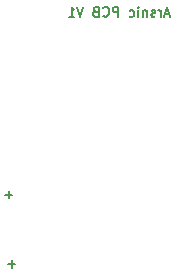
<source format=gbr>
%TF.GenerationSoftware,KiCad,Pcbnew,7.0.8*%
%TF.CreationDate,2023-10-04T18:10:58+08:00*%
%TF.ProjectId,Arsnic,4172736e-6963-42e6-9b69-6361645f7063,rev?*%
%TF.SameCoordinates,Original*%
%TF.FileFunction,Legend,Bot*%
%TF.FilePolarity,Positive*%
%FSLAX46Y46*%
G04 Gerber Fmt 4.6, Leading zero omitted, Abs format (unit mm)*
G04 Created by KiCad (PCBNEW 7.0.8) date 2023-10-04 18:10:58*
%MOMM*%
%LPD*%
G01*
G04 APERTURE LIST*
%ADD10C,0.152400*%
G04 APERTURE END LIST*
D10*
X105156213Y-135482965D02*
X104536937Y-135482965D01*
X104846575Y-135792603D02*
X104846575Y-135173327D01*
X104906213Y-129632965D02*
X104286937Y-129632965D01*
X104596575Y-129942603D02*
X104596575Y-129323327D01*
X118194917Y-114310375D02*
X117807870Y-114310375D01*
X118272327Y-114542603D02*
X118001394Y-113729803D01*
X118001394Y-113729803D02*
X117730460Y-114542603D01*
X117459527Y-114542603D02*
X117459527Y-114000737D01*
X117459527Y-114155556D02*
X117420822Y-114078146D01*
X117420822Y-114078146D02*
X117382117Y-114039441D01*
X117382117Y-114039441D02*
X117304708Y-114000737D01*
X117304708Y-114000737D02*
X117227298Y-114000737D01*
X116995069Y-114503899D02*
X116917660Y-114542603D01*
X116917660Y-114542603D02*
X116762841Y-114542603D01*
X116762841Y-114542603D02*
X116685431Y-114503899D01*
X116685431Y-114503899D02*
X116646727Y-114426489D01*
X116646727Y-114426489D02*
X116646727Y-114387784D01*
X116646727Y-114387784D02*
X116685431Y-114310375D01*
X116685431Y-114310375D02*
X116762841Y-114271670D01*
X116762841Y-114271670D02*
X116878955Y-114271670D01*
X116878955Y-114271670D02*
X116956365Y-114232965D01*
X116956365Y-114232965D02*
X116995069Y-114155556D01*
X116995069Y-114155556D02*
X116995069Y-114116851D01*
X116995069Y-114116851D02*
X116956365Y-114039441D01*
X116956365Y-114039441D02*
X116878955Y-114000737D01*
X116878955Y-114000737D02*
X116762841Y-114000737D01*
X116762841Y-114000737D02*
X116685431Y-114039441D01*
X116298384Y-114000737D02*
X116298384Y-114542603D01*
X116298384Y-114078146D02*
X116259679Y-114039441D01*
X116259679Y-114039441D02*
X116182269Y-114000737D01*
X116182269Y-114000737D02*
X116066155Y-114000737D01*
X116066155Y-114000737D02*
X115988746Y-114039441D01*
X115988746Y-114039441D02*
X115950041Y-114116851D01*
X115950041Y-114116851D02*
X115950041Y-114542603D01*
X115562994Y-114542603D02*
X115562994Y-114000737D01*
X115562994Y-113729803D02*
X115601698Y-113768508D01*
X115601698Y-113768508D02*
X115562994Y-113807213D01*
X115562994Y-113807213D02*
X115524289Y-113768508D01*
X115524289Y-113768508D02*
X115562994Y-113729803D01*
X115562994Y-113729803D02*
X115562994Y-113807213D01*
X114827603Y-114503899D02*
X114905012Y-114542603D01*
X114905012Y-114542603D02*
X115059831Y-114542603D01*
X115059831Y-114542603D02*
X115137241Y-114503899D01*
X115137241Y-114503899D02*
X115175946Y-114465194D01*
X115175946Y-114465194D02*
X115214650Y-114387784D01*
X115214650Y-114387784D02*
X115214650Y-114155556D01*
X115214650Y-114155556D02*
X115175946Y-114078146D01*
X115175946Y-114078146D02*
X115137241Y-114039441D01*
X115137241Y-114039441D02*
X115059831Y-114000737D01*
X115059831Y-114000737D02*
X114905012Y-114000737D01*
X114905012Y-114000737D02*
X114827603Y-114039441D01*
X113859984Y-114542603D02*
X113859984Y-113729803D01*
X113859984Y-113729803D02*
X113550346Y-113729803D01*
X113550346Y-113729803D02*
X113472936Y-113768508D01*
X113472936Y-113768508D02*
X113434231Y-113807213D01*
X113434231Y-113807213D02*
X113395527Y-113884622D01*
X113395527Y-113884622D02*
X113395527Y-114000737D01*
X113395527Y-114000737D02*
X113434231Y-114078146D01*
X113434231Y-114078146D02*
X113472936Y-114116851D01*
X113472936Y-114116851D02*
X113550346Y-114155556D01*
X113550346Y-114155556D02*
X113859984Y-114155556D01*
X112582727Y-114465194D02*
X112621431Y-114503899D01*
X112621431Y-114503899D02*
X112737546Y-114542603D01*
X112737546Y-114542603D02*
X112814955Y-114542603D01*
X112814955Y-114542603D02*
X112931069Y-114503899D01*
X112931069Y-114503899D02*
X113008479Y-114426489D01*
X113008479Y-114426489D02*
X113047184Y-114349079D01*
X113047184Y-114349079D02*
X113085888Y-114194260D01*
X113085888Y-114194260D02*
X113085888Y-114078146D01*
X113085888Y-114078146D02*
X113047184Y-113923327D01*
X113047184Y-113923327D02*
X113008479Y-113845918D01*
X113008479Y-113845918D02*
X112931069Y-113768508D01*
X112931069Y-113768508D02*
X112814955Y-113729803D01*
X112814955Y-113729803D02*
X112737546Y-113729803D01*
X112737546Y-113729803D02*
X112621431Y-113768508D01*
X112621431Y-113768508D02*
X112582727Y-113807213D01*
X111963450Y-114116851D02*
X111847336Y-114155556D01*
X111847336Y-114155556D02*
X111808631Y-114194260D01*
X111808631Y-114194260D02*
X111769927Y-114271670D01*
X111769927Y-114271670D02*
X111769927Y-114387784D01*
X111769927Y-114387784D02*
X111808631Y-114465194D01*
X111808631Y-114465194D02*
X111847336Y-114503899D01*
X111847336Y-114503899D02*
X111924746Y-114542603D01*
X111924746Y-114542603D02*
X112234384Y-114542603D01*
X112234384Y-114542603D02*
X112234384Y-113729803D01*
X112234384Y-113729803D02*
X111963450Y-113729803D01*
X111963450Y-113729803D02*
X111886041Y-113768508D01*
X111886041Y-113768508D02*
X111847336Y-113807213D01*
X111847336Y-113807213D02*
X111808631Y-113884622D01*
X111808631Y-113884622D02*
X111808631Y-113962032D01*
X111808631Y-113962032D02*
X111847336Y-114039441D01*
X111847336Y-114039441D02*
X111886041Y-114078146D01*
X111886041Y-114078146D02*
X111963450Y-114116851D01*
X111963450Y-114116851D02*
X112234384Y-114116851D01*
X110918422Y-113729803D02*
X110647489Y-114542603D01*
X110647489Y-114542603D02*
X110376555Y-113729803D01*
X109679869Y-114542603D02*
X110144326Y-114542603D01*
X109912098Y-114542603D02*
X109912098Y-113729803D01*
X109912098Y-113729803D02*
X109989507Y-113845918D01*
X109989507Y-113845918D02*
X110066917Y-113923327D01*
X110066917Y-113923327D02*
X110144326Y-113962032D01*
M02*

</source>
